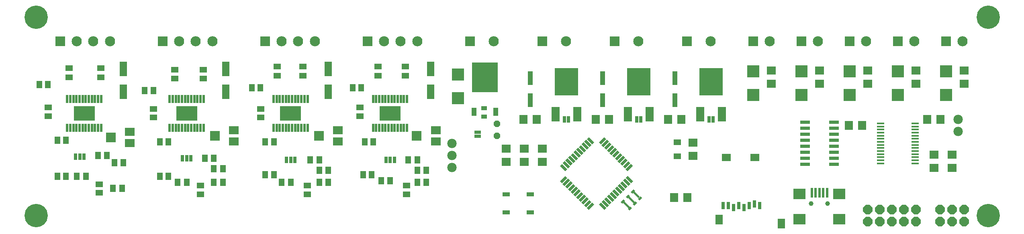
<source format=gts>
G75*
G70*
%OFA0B0*%
%FSLAX24Y24*%
%IPPOS*%
%LPD*%
%AMOC8*
5,1,8,0,0,1.08239X$1,22.5*
%
%ADD10R,0.0840X0.0840*%
%ADD11C,0.0840*%
%ADD12R,0.0315X0.0197*%
%ADD13R,0.0157X0.0630*%
%ADD14R,0.1024X0.0906*%
%ADD15R,0.0237X0.0827*%
%ADD16C,0.0394*%
%ADD17R,0.0749X0.0670*%
%ADD18R,0.0670X0.0749*%
%ADD19R,0.0840X0.0300*%
%ADD20R,0.0591X0.0788*%
%ADD21R,0.0749X0.0591*%
%ADD22R,0.0316X0.0631*%
%ADD23R,0.0670X0.1221*%
%ADD24R,0.1940X0.2290*%
%ADD25R,0.0985X0.0985*%
%ADD26R,0.0434X0.1142*%
%ADD27R,0.2166X0.2481*%
%ADD28R,0.0434X0.0670*%
%ADD29R,0.0512X0.0355*%
%ADD30C,0.0780*%
%ADD31R,0.0640X0.0340*%
%ADD32OC8,0.0780*%
%ADD33R,0.0591X0.0512*%
%ADD34R,0.0631X0.0237*%
%ADD35R,0.0237X0.0631*%
%ADD36R,0.0590X0.0177*%
%ADD37R,0.0290X0.0540*%
%ADD38R,0.0827X0.0827*%
%ADD39R,0.0827X0.0670*%
%ADD40R,0.0217X0.0690*%
%ADD41R,0.1741X0.1221*%
%ADD42R,0.0493X0.0611*%
%ADD43R,0.0591X0.0453*%
%ADD44R,0.0453X0.0591*%
%ADD45R,0.0611X0.0493*%
%ADD46R,0.0591X0.1221*%
%ADD47R,0.0540X0.0290*%
%ADD48OC8,0.0560*%
%ADD49C,0.1940*%
D10*
X005650Y018150D03*
X014150Y018150D03*
X022650Y018150D03*
X031150Y018150D03*
X039650Y018150D03*
X045650Y018150D03*
X051650Y018150D03*
X057650Y018150D03*
X063150Y018150D03*
X067150Y018150D03*
X071150Y018150D03*
X075150Y018150D03*
X079150Y018150D03*
D11*
X080528Y018150D03*
X076528Y018150D03*
X072528Y018150D03*
X068528Y018150D03*
X064528Y018150D03*
X059619Y018150D03*
X053619Y018150D03*
X047619Y018150D03*
X041619Y018150D03*
X035284Y018150D03*
X033906Y018150D03*
X032528Y018150D03*
X026784Y018150D03*
X025406Y018150D03*
X024028Y018150D03*
X018284Y018150D03*
X016906Y018150D03*
X015528Y018150D03*
X009784Y018150D03*
X008406Y018150D03*
X007028Y018150D03*
D12*
G36*
X053355Y005701D02*
X053134Y005480D01*
X052995Y005619D01*
X053216Y005840D01*
X053355Y005701D01*
G37*
G36*
X052938Y005283D02*
X052717Y005062D01*
X052578Y005201D01*
X052799Y005422D01*
X052938Y005283D01*
G37*
G36*
X053580Y005034D02*
X053801Y005255D01*
X053940Y005116D01*
X053719Y004895D01*
X053580Y005034D01*
G37*
G36*
X053162Y004617D02*
X053383Y004838D01*
X053522Y004699D01*
X053301Y004478D01*
X053162Y004617D01*
G37*
G36*
X052520Y004866D02*
X052299Y004645D01*
X052160Y004784D01*
X052381Y005005D01*
X052520Y004866D01*
G37*
G36*
X052745Y004199D02*
X052966Y004420D01*
X053105Y004281D01*
X052884Y004060D01*
X052745Y004199D01*
G37*
D13*
G36*
X052909Y004365D02*
X052799Y004255D01*
X052355Y004699D01*
X052465Y004809D01*
X052909Y004365D01*
G37*
G36*
X053327Y004783D02*
X053217Y004673D01*
X052773Y005117D01*
X052883Y005227D01*
X053327Y004783D01*
G37*
G36*
X053745Y005201D02*
X053635Y005091D01*
X053191Y005535D01*
X053301Y005645D01*
X053745Y005201D01*
G37*
D14*
X066996Y005437D03*
X070304Y005437D03*
X070304Y003351D03*
X066996Y003351D03*
D15*
X068020Y005536D03*
X068335Y005536D03*
X068650Y005536D03*
X068965Y005536D03*
X069280Y005536D03*
D16*
X069339Y004650D03*
X067961Y004650D03*
D17*
X078150Y007599D03*
X079650Y007599D03*
X079650Y008701D03*
X078150Y008701D03*
X058150Y008599D03*
X058150Y009701D03*
X045650Y009201D03*
X044150Y009201D03*
X042650Y009201D03*
X042650Y008099D03*
X044150Y008099D03*
X045650Y008099D03*
X064650Y014599D03*
X064650Y015701D03*
X068650Y015701D03*
X068650Y014599D03*
X072650Y014599D03*
X072650Y015701D03*
X076650Y015701D03*
X076650Y014599D03*
X080650Y014599D03*
X080650Y015701D03*
D18*
X078701Y011650D03*
X077599Y011650D03*
X072201Y011150D03*
X071099Y011150D03*
X057201Y011650D03*
X056099Y011650D03*
X051201Y011650D03*
X050099Y011650D03*
X045201Y011650D03*
X044099Y011650D03*
X056599Y005150D03*
X057701Y005150D03*
D19*
X067440Y007900D03*
X067440Y008400D03*
X067440Y008900D03*
X067440Y009400D03*
X067440Y009900D03*
X067440Y010400D03*
X067440Y010900D03*
X067440Y011400D03*
X069860Y011400D03*
X069860Y010900D03*
X069860Y010400D03*
X069860Y009900D03*
X069860Y009400D03*
X069860Y008900D03*
X069860Y008400D03*
X069860Y007900D03*
D20*
X060307Y003319D03*
X065504Y002965D03*
D21*
X063300Y008477D03*
X060937Y008477D03*
D22*
X063260Y004619D03*
X062827Y004461D03*
X062394Y004304D03*
X061961Y004461D03*
X061528Y004304D03*
X061095Y004461D03*
X060662Y004461D03*
X063693Y004461D03*
D23*
X060548Y012059D03*
X058752Y012059D03*
X054548Y012059D03*
X052752Y012059D03*
X048548Y012059D03*
X046752Y012059D03*
D24*
X047650Y014775D03*
X053650Y014775D03*
X059650Y014775D03*
D25*
X063150Y015634D03*
X067150Y015634D03*
X071150Y015634D03*
X075150Y015634D03*
X079150Y015634D03*
X079150Y013666D03*
X075150Y013666D03*
X071150Y013666D03*
X067150Y013666D03*
X063150Y013666D03*
X038650Y013416D03*
X038650Y015384D03*
D26*
X044650Y015075D03*
X050650Y015075D03*
X056650Y015075D03*
X056650Y013225D03*
X050650Y013225D03*
X044650Y013225D03*
D27*
X040900Y015134D03*
D28*
X040002Y012260D03*
X041798Y012260D03*
D29*
X040838Y012567D03*
X040838Y011858D03*
D30*
X038150Y009650D03*
X038150Y008650D03*
X038150Y007650D03*
X080150Y010650D03*
X080150Y011650D03*
D31*
X044650Y005400D03*
X042650Y005400D03*
X042650Y003900D03*
X044650Y003900D03*
D32*
X072650Y004150D03*
X073650Y004150D03*
X074650Y004150D03*
X075650Y004150D03*
X076650Y004150D03*
X078650Y004150D03*
X079650Y004150D03*
X080650Y004150D03*
X080650Y003150D03*
X079650Y003150D03*
X078650Y003150D03*
X076650Y003150D03*
X075650Y003150D03*
X074650Y003150D03*
X073650Y003150D03*
X072650Y003150D03*
D33*
X056850Y008559D03*
X056850Y009741D03*
D34*
G36*
X049510Y010184D02*
X049955Y009739D01*
X049788Y009572D01*
X049343Y010017D01*
X049510Y010184D01*
G37*
G36*
X049287Y009961D02*
X049732Y009516D01*
X049565Y009349D01*
X049120Y009794D01*
X049287Y009961D01*
G37*
G36*
X049064Y009739D02*
X049509Y009294D01*
X049342Y009127D01*
X048897Y009572D01*
X049064Y009739D01*
G37*
G36*
X048842Y009516D02*
X049287Y009071D01*
X049120Y008904D01*
X048675Y009349D01*
X048842Y009516D01*
G37*
G36*
X048619Y009293D02*
X049064Y008848D01*
X048897Y008681D01*
X048452Y009126D01*
X048619Y009293D01*
G37*
G36*
X048396Y009071D02*
X048841Y008626D01*
X048674Y008459D01*
X048229Y008904D01*
X048396Y009071D01*
G37*
G36*
X048174Y008848D02*
X048619Y008403D01*
X048452Y008236D01*
X048007Y008681D01*
X048174Y008848D01*
G37*
G36*
X047951Y008625D02*
X048396Y008180D01*
X048229Y008013D01*
X047784Y008458D01*
X047951Y008625D01*
G37*
G36*
X047728Y008403D02*
X048173Y007958D01*
X048006Y007791D01*
X047561Y008236D01*
X047728Y008403D01*
G37*
G36*
X047506Y008180D02*
X047951Y007735D01*
X047784Y007568D01*
X047339Y008013D01*
X047506Y008180D01*
G37*
G36*
X047283Y007957D02*
X047728Y007512D01*
X047561Y007345D01*
X047116Y007790D01*
X047283Y007957D01*
G37*
G36*
X052294Y006509D02*
X052739Y006064D01*
X052572Y005897D01*
X052127Y006342D01*
X052294Y006509D01*
G37*
G36*
X052516Y006732D02*
X052961Y006287D01*
X052794Y006120D01*
X052349Y006565D01*
X052516Y006732D01*
G37*
G36*
X052739Y006955D02*
X053184Y006510D01*
X053017Y006343D01*
X052572Y006788D01*
X052739Y006955D01*
G37*
G36*
X052071Y006287D02*
X052516Y005842D01*
X052349Y005675D01*
X051904Y006120D01*
X052071Y006287D01*
G37*
G36*
X051848Y006064D02*
X052293Y005619D01*
X052126Y005452D01*
X051681Y005897D01*
X051848Y006064D01*
G37*
G36*
X051626Y005841D02*
X052071Y005396D01*
X051904Y005229D01*
X051459Y005674D01*
X051626Y005841D01*
G37*
G36*
X051403Y005619D02*
X051848Y005174D01*
X051681Y005007D01*
X051236Y005452D01*
X051403Y005619D01*
G37*
G36*
X051180Y005396D02*
X051625Y004951D01*
X051458Y004784D01*
X051013Y005229D01*
X051180Y005396D01*
G37*
G36*
X050958Y005173D02*
X051403Y004728D01*
X051236Y004561D01*
X050791Y005006D01*
X050958Y005173D01*
G37*
G36*
X050735Y004951D02*
X051180Y004506D01*
X051013Y004339D01*
X050568Y004784D01*
X050735Y004951D01*
G37*
G36*
X050512Y004728D02*
X050957Y004283D01*
X050790Y004116D01*
X050345Y004561D01*
X050512Y004728D01*
G37*
D35*
G36*
X049788Y004728D02*
X049955Y004561D01*
X049510Y004116D01*
X049343Y004283D01*
X049788Y004728D01*
G37*
G36*
X049565Y004951D02*
X049732Y004784D01*
X049287Y004339D01*
X049120Y004506D01*
X049565Y004951D01*
G37*
G36*
X049342Y005173D02*
X049509Y005006D01*
X049064Y004561D01*
X048897Y004728D01*
X049342Y005173D01*
G37*
G36*
X049120Y005396D02*
X049287Y005229D01*
X048842Y004784D01*
X048675Y004951D01*
X049120Y005396D01*
G37*
G36*
X048897Y005619D02*
X049064Y005452D01*
X048619Y005007D01*
X048452Y005174D01*
X048897Y005619D01*
G37*
G36*
X048674Y005841D02*
X048841Y005674D01*
X048396Y005229D01*
X048229Y005396D01*
X048674Y005841D01*
G37*
G36*
X048452Y006064D02*
X048619Y005897D01*
X048174Y005452D01*
X048007Y005619D01*
X048452Y006064D01*
G37*
G36*
X048229Y006287D02*
X048396Y006120D01*
X047951Y005675D01*
X047784Y005842D01*
X048229Y006287D01*
G37*
G36*
X048006Y006509D02*
X048173Y006342D01*
X047728Y005897D01*
X047561Y006064D01*
X048006Y006509D01*
G37*
G36*
X047784Y006732D02*
X047951Y006565D01*
X047506Y006120D01*
X047339Y006287D01*
X047784Y006732D01*
G37*
G36*
X047561Y006955D02*
X047728Y006788D01*
X047283Y006343D01*
X047116Y006510D01*
X047561Y006955D01*
G37*
G36*
X052349Y008625D02*
X052516Y008458D01*
X052071Y008013D01*
X051904Y008180D01*
X052349Y008625D01*
G37*
G36*
X052126Y008848D02*
X052293Y008681D01*
X051848Y008236D01*
X051681Y008403D01*
X052126Y008848D01*
G37*
G36*
X051904Y009071D02*
X052071Y008904D01*
X051626Y008459D01*
X051459Y008626D01*
X051904Y009071D01*
G37*
G36*
X051681Y009293D02*
X051848Y009126D01*
X051403Y008681D01*
X051236Y008848D01*
X051681Y009293D01*
G37*
G36*
X051458Y009516D02*
X051625Y009349D01*
X051180Y008904D01*
X051013Y009071D01*
X051458Y009516D01*
G37*
G36*
X051236Y009739D02*
X051403Y009572D01*
X050958Y009127D01*
X050791Y009294D01*
X051236Y009739D01*
G37*
G36*
X051013Y009961D02*
X051180Y009794D01*
X050735Y009349D01*
X050568Y009516D01*
X051013Y009961D01*
G37*
G36*
X050790Y010184D02*
X050957Y010017D01*
X050512Y009572D01*
X050345Y009739D01*
X050790Y010184D01*
G37*
G36*
X052572Y008403D02*
X052739Y008236D01*
X052294Y007791D01*
X052127Y007958D01*
X052572Y008403D01*
G37*
G36*
X052794Y008180D02*
X052961Y008013D01*
X052516Y007568D01*
X052349Y007735D01*
X052794Y008180D01*
G37*
G36*
X053017Y007957D02*
X053184Y007790D01*
X052739Y007345D01*
X052572Y007512D01*
X053017Y007957D01*
G37*
D36*
X073711Y007987D03*
X073711Y008243D03*
X073711Y008498D03*
X073711Y008754D03*
X073711Y009010D03*
X073711Y009266D03*
X073711Y009522D03*
X073711Y009778D03*
X073711Y010034D03*
X073711Y010290D03*
X073711Y010546D03*
X073711Y010802D03*
X073711Y011057D03*
X073711Y011313D03*
X076589Y011313D03*
X076589Y011057D03*
X076589Y010802D03*
X076589Y010546D03*
X076589Y010290D03*
X076589Y010034D03*
X076589Y009778D03*
X076589Y009522D03*
X076589Y009266D03*
X076589Y009010D03*
X076589Y008754D03*
X076589Y008498D03*
X076589Y008243D03*
X076589Y007987D03*
D37*
X059827Y011650D03*
X059473Y011650D03*
X053827Y011650D03*
X053473Y011650D03*
X047827Y011650D03*
X047473Y011650D03*
X033375Y008275D03*
X033025Y008275D03*
X032675Y008275D03*
X025125Y008275D03*
X024775Y008275D03*
X024425Y008275D03*
X016500Y008400D03*
X016150Y008400D03*
X015800Y008400D03*
X007625Y008525D03*
X007275Y008525D03*
X006925Y008525D03*
D38*
X009863Y010150D03*
X018488Y010275D03*
X027113Y010275D03*
X035238Y010275D03*
D39*
X036812Y009812D03*
X036812Y010738D03*
X028687Y010738D03*
X028687Y009812D03*
X020062Y009812D03*
X020062Y010738D03*
X011437Y010613D03*
X011437Y009687D03*
D40*
X009048Y010930D03*
X008792Y010930D03*
X008536Y010930D03*
X008280Y010930D03*
X008024Y010930D03*
X007768Y010930D03*
X007512Y010930D03*
X007256Y010930D03*
X007000Y010930D03*
X006744Y010930D03*
X006489Y010930D03*
X006233Y010930D03*
X014733Y010930D03*
X014989Y010930D03*
X015244Y010930D03*
X015500Y010930D03*
X015756Y010930D03*
X016012Y010930D03*
X016268Y010930D03*
X016524Y010930D03*
X016780Y010930D03*
X017036Y010930D03*
X017292Y010930D03*
X017548Y010930D03*
X023358Y010930D03*
X023614Y010930D03*
X023869Y010930D03*
X024125Y010930D03*
X024381Y010930D03*
X024637Y010930D03*
X024893Y010930D03*
X025149Y010930D03*
X025405Y010930D03*
X025661Y010930D03*
X025917Y010930D03*
X026173Y010930D03*
X031608Y010930D03*
X031864Y010930D03*
X032119Y010930D03*
X032375Y010930D03*
X032631Y010930D03*
X032887Y010930D03*
X033143Y010930D03*
X033399Y010930D03*
X033655Y010930D03*
X033911Y010930D03*
X034167Y010930D03*
X034423Y010930D03*
X034423Y013331D03*
X034167Y013331D03*
X033911Y013331D03*
X033655Y013331D03*
X033399Y013331D03*
X033143Y013331D03*
X032887Y013331D03*
X032631Y013331D03*
X032375Y013331D03*
X032119Y013331D03*
X031864Y013331D03*
X031608Y013331D03*
X026173Y013331D03*
X025917Y013331D03*
X025661Y013331D03*
X025405Y013331D03*
X025149Y013331D03*
X024893Y013331D03*
X024637Y013331D03*
X024381Y013331D03*
X024125Y013331D03*
X023869Y013331D03*
X023614Y013331D03*
X023358Y013331D03*
X017548Y013331D03*
X017292Y013331D03*
X017036Y013331D03*
X016780Y013331D03*
X016524Y013331D03*
X016268Y013331D03*
X016012Y013331D03*
X015756Y013331D03*
X015500Y013331D03*
X015244Y013331D03*
X014989Y013331D03*
X014733Y013331D03*
X009048Y013331D03*
X008792Y013331D03*
X008536Y013331D03*
X008280Y013331D03*
X008024Y013331D03*
X007768Y013331D03*
X007512Y013331D03*
X007256Y013331D03*
X007000Y013331D03*
X006744Y013331D03*
X006489Y013331D03*
X006233Y013331D03*
D41*
X007640Y012130D03*
X016140Y012130D03*
X024765Y012130D03*
X033015Y012130D03*
D42*
X031629Y009775D03*
X030921Y009775D03*
X023379Y009775D03*
X022671Y009775D03*
X014629Y009775D03*
X013921Y009775D03*
X006129Y009900D03*
X005421Y009900D03*
X005421Y006900D03*
X006129Y006900D03*
X013921Y006900D03*
X014629Y006900D03*
X022671Y007025D03*
X023379Y007025D03*
X030796Y007025D03*
X031504Y007025D03*
X013379Y014025D03*
X012671Y014025D03*
X004629Y014525D03*
X003921Y014525D03*
X021546Y014275D03*
X022254Y014275D03*
X029921Y014275D03*
X030629Y014275D03*
D43*
X032025Y015276D03*
X034275Y015276D03*
X034275Y016024D03*
X032025Y016024D03*
X025775Y016024D03*
X023650Y016024D03*
X023650Y015276D03*
X025775Y015276D03*
X017525Y015026D03*
X017525Y015774D03*
X015150Y015774D03*
X015150Y015026D03*
X009025Y015151D03*
X009025Y015899D03*
X006400Y015899D03*
X006400Y015151D03*
D44*
X008776Y008650D03*
X009524Y008650D03*
X010151Y008025D03*
X010899Y008025D03*
X007774Y006900D03*
X007026Y006900D03*
X010026Y005900D03*
X010774Y005900D03*
X015401Y006400D03*
X016149Y006400D03*
X018401Y006400D03*
X019149Y006400D03*
X019149Y007525D03*
X018401Y007525D03*
X018399Y008400D03*
X017651Y008400D03*
X024026Y006400D03*
X024774Y006400D03*
X027151Y006400D03*
X027899Y006400D03*
X027899Y007400D03*
X027151Y007400D03*
X027149Y008275D03*
X026401Y008275D03*
X032276Y006525D03*
X033024Y006525D03*
X035276Y006400D03*
X036024Y006400D03*
X036024Y007400D03*
X035276Y007400D03*
X035274Y008275D03*
X034526Y008275D03*
D45*
X034400Y006129D03*
X034400Y005421D03*
X026150Y005421D03*
X026150Y006129D03*
X017275Y006129D03*
X017275Y005421D03*
X008900Y005546D03*
X008900Y006254D03*
X013400Y011796D03*
X013400Y012504D03*
X004650Y012629D03*
X004650Y011921D03*
X022275Y011796D03*
X022275Y012504D03*
X030525Y012629D03*
X030525Y011921D03*
D46*
X027900Y013955D03*
X027900Y015845D03*
X019400Y015845D03*
X019400Y013955D03*
X010900Y013955D03*
X010900Y015845D03*
X036400Y015845D03*
X036400Y013955D03*
D47*
X040275Y010562D03*
X040275Y010238D03*
D48*
X041900Y010275D03*
X041900Y011275D03*
D49*
X003650Y003650D03*
X003650Y020150D03*
X082650Y020150D03*
X082650Y003650D03*
M02*

</source>
